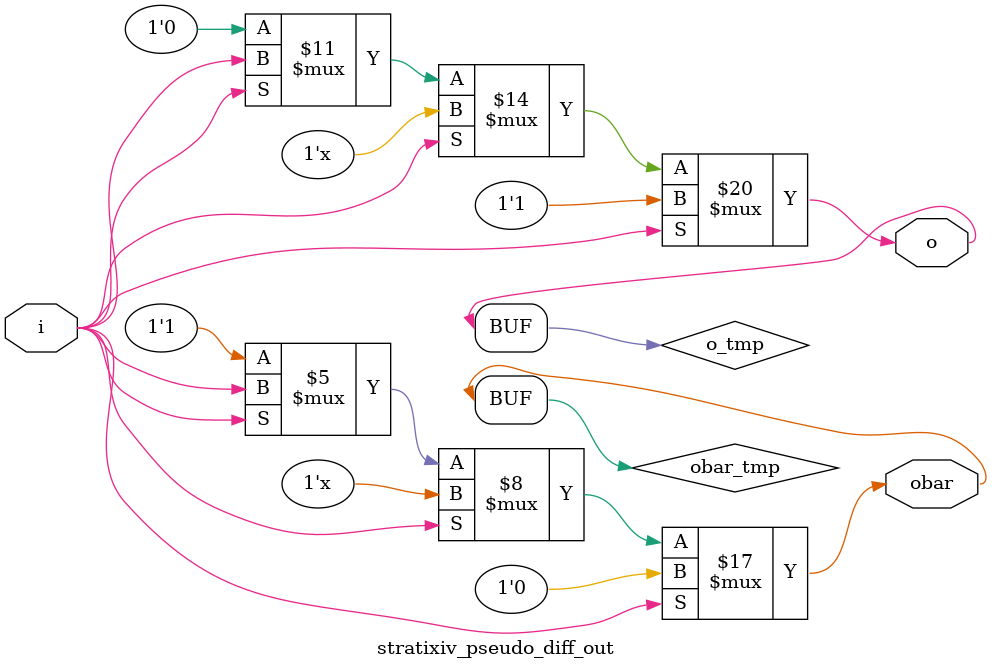
<source format=v>
module stratixiv_pseudo_diff_out(
                             i,
                             o,
                             obar
                             );
parameter lpm_type = "stratixiv_pseudo_diff_out";
input i;
output o;
output obar;
reg o_tmp;
reg obar_tmp;
assign o = o_tmp;
assign obar = obar_tmp;
always@(i)
    begin
        if( i == 1'b1)
            begin
                o_tmp = 1'b1;
                obar_tmp = 1'b0;
            end
        else if( i == 1'b0)
            begin
                o_tmp = 1'b0;
                obar_tmp = 1'b1;
            end
        else
            begin
                o_tmp = i;
                obar_tmp = i;
            end
    end
endmodule
</source>
